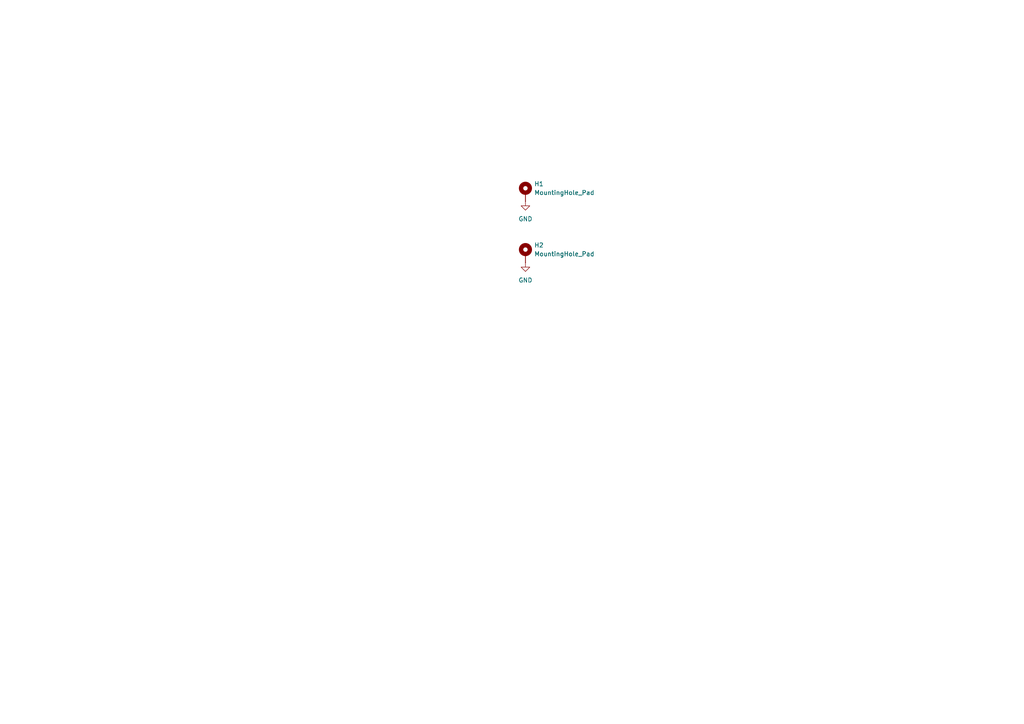
<source format=kicad_sch>
(kicad_sch (version 20231120) (generator "eeschema") (generator_version "8.0")
  (paper "A4")
  (lib_symbols
    (symbol "Mechanical:MountingHole_Pad" (pin_numbers hide) (pin_names (offset 1.016) hide) (exclude_from_sim yes) (in_bom no)
      (property "Reference" "H" (at 0 6.35 0))
      (property "Value" "MountingHole_Pad" (at 0 4.445 0))
      (symbol "MountingHole_Pad_0_1"
        (circle (center 0 1.27) (radius 1.27) (stroke (width 1.27)))
      )
      (symbol "MountingHole_Pad_1_1"
        (pin input line (at 0 -2.54 90) (length 2.54) (name "1") (number "1"))
      )
    )
    (symbol "power:GND" (power) (pin_numbers hide) (pin_names (offset 0) hide)
      (property "Value" "GND" (at 0 -3.81 0))
      (symbol "GND_0_1"
        (polyline (pts (xy 0 0) (xy 0 -1.27) (xy 1.27 -1.27) (xy 0 -2.54) (xy -1.27 -1.27) (xy 0 -1.27)))
      )
      (symbol "GND_1_1"
        (pin power_in line (at 0 0 270) (length 0) (name "~") (number "1"))
      )
    )
  )
  (symbol (lib_id "Mechanical:MountingHole_Pad") (at 152.4 55.88 0) (unit 1) (exclude_from_sim yes) (in_bom no)
    (property "Reference" "H1" (at 154.94 53.3399 0) (effects (justify left)))
    (property "Value" "MountingHole_Pad" (at 154.94 55.8799 0) (effects (justify left)))
    (property "Footprint" "MountingHole:MountingHole_3.2mm_M3_Pad_Via" (effects (hide yes)))
    (property "Description" "Mounting Hole with connection" (effects (hide yes)))
  )
  (symbol (lib_id "Mechanical:MountingHole_Pad") (at 152.4 73.66 0) (unit 1) (exclude_from_sim yes) (in_bom no)
    (property "Reference" "H2" (at 154.94 71.1199 0) (effects (justify left)))
    (property "Value" "MountingHole_Pad" (at 154.94 73.6599 0) (effects (justify left)))
    (property "Footprint" "MountingHole:MountingHole_3.2mm_M3_Pad_Via" (effects (hide yes)))
    (property "Description" "Mounting Hole with connection" (effects (hide yes)))
  )
  (symbol (lib_id "power:GND") (at 152.4 58.42 0) (unit 1)
    (property "Reference" "#PWR01" (effects (hide yes)))
    (property "Value" "GND" (at 152.4 63.5 0))
    (property "Description" "Power symbol creates a global label with name \"GND\" , ground" (effects (hide yes)))
  )
  (symbol (lib_id "power:GND") (at 152.4 76.2 0) (unit 1)
    (property "Reference" "#PWR02" (effects (hide yes)))
    (property "Value" "GND" (at 152.4 81.28 0))
    (property "Description" "Power symbol creates a global label with name \"GND\" , ground" (effects (hide yes)))
  )
)
</source>
